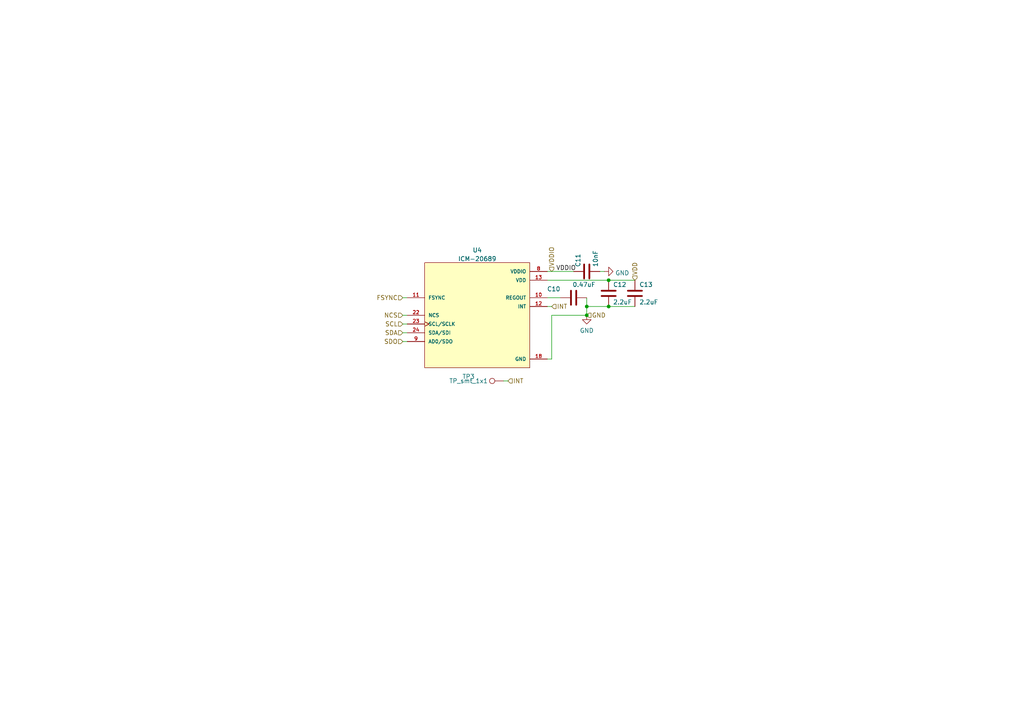
<source format=kicad_sch>
(kicad_sch (version 20211123) (generator eeschema)

  (uuid 4024c9b1-5913-46b2-a7db-804d84b924da)

  (paper "A4")

  (title_block
    (title "GYRO")
    (rev "Cainã C.")
    (company "Atomsat")
  )

  (lib_symbols
    (symbol "1K_Custom_Symbol:TP_smt_1x1" (pin_numbers hide) (pin_names (offset 0.762) hide) (in_bom yes) (on_board yes)
      (property "Reference" "TP" (id 0) (at 0 6.858 0)
        (effects (font (size 1.27 1.27)))
      )
      (property "Value" "TP_smt_1x1" (id 1) (at 0 5.08 0)
        (effects (font (size 1.27 1.27)))
      )
      (property "Footprint" "TestPoint:TestPoint_Pad_1.0x1.0mm" (id 2) (at 5.08 0 0)
        (effects (font (size 1.27 1.27)) hide)
      )
      (property "Datasheet" "" (id 3) (at 5.08 0 0)
        (effects (font (size 1.27 1.27)) hide)
      )
      (property "ki_fp_filters" "Pin* Test*" (id 4) (at 0 0 0)
        (effects (font (size 1.27 1.27)) hide)
      )
      (symbol "TP_smt_1x1_0_1"
        (circle (center 0 3.302) (radius 0.762)
          (stroke (width 0) (type default) (color 0 0 0 0))
          (fill (type none))
        )
      )
      (symbol "TP_smt_1x1_1_1"
        (pin passive line (at 0 0 90) (length 2.54)
          (name "1" (effects (font (size 1.27 1.27))))
          (number "1" (effects (font (size 1.27 1.27))))
        )
      )
    )
    (symbol "Device:C" (pin_numbers hide) (pin_names (offset 0.254)) (in_bom yes) (on_board yes)
      (property "Reference" "C" (id 0) (at 0.635 2.54 0)
        (effects (font (size 1.27 1.27)) (justify left))
      )
      (property "Value" "C" (id 1) (at 0.635 -2.54 0)
        (effects (font (size 1.27 1.27)) (justify left))
      )
      (property "Footprint" "" (id 2) (at 0.9652 -3.81 0)
        (effects (font (size 1.27 1.27)) hide)
      )
      (property "Datasheet" "~" (id 3) (at 0 0 0)
        (effects (font (size 1.27 1.27)) hide)
      )
      (property "ki_keywords" "cap capacitor" (id 4) (at 0 0 0)
        (effects (font (size 1.27 1.27)) hide)
      )
      (property "ki_description" "Unpolarized capacitor" (id 5) (at 0 0 0)
        (effects (font (size 1.27 1.27)) hide)
      )
      (property "ki_fp_filters" "C_*" (id 6) (at 0 0 0)
        (effects (font (size 1.27 1.27)) hide)
      )
      (symbol "C_0_1"
        (polyline
          (pts
            (xy -2.032 -0.762)
            (xy 2.032 -0.762)
          )
          (stroke (width 0.508) (type default) (color 0 0 0 0))
          (fill (type none))
        )
        (polyline
          (pts
            (xy -2.032 0.762)
            (xy 2.032 0.762)
          )
          (stroke (width 0.508) (type default) (color 0 0 0 0))
          (fill (type none))
        )
      )
      (symbol "C_1_1"
        (pin passive line (at 0 3.81 270) (length 2.794)
          (name "~" (effects (font (size 1.27 1.27))))
          (number "1" (effects (font (size 1.27 1.27))))
        )
        (pin passive line (at 0 -3.81 90) (length 2.794)
          (name "~" (effects (font (size 1.27 1.27))))
          (number "2" (effects (font (size 1.27 1.27))))
        )
      )
    )
    (symbol "ICM-20689:ICM-20689" (pin_names (offset 1.016)) (in_bom yes) (on_board yes)
      (property "Reference" "U" (id 0) (at -15.2635 15.7723 0)
        (effects (font (size 1.27 1.27)) (justify left bottom))
      )
      (property "Value" "ICM-20689" (id 1) (at -15.265 -17.8092 0)
        (effects (font (size 1.27 1.27)) (justify left bottom))
      )
      (property "Footprint" "QFN50P400X400X95-24N" (id 2) (at 0 7.62 0)
        (effects (font (size 1.27 1.27)) (justify bottom) hide)
      )
      (property "Datasheet" "" (id 3) (at 0 0 0)
        (effects (font (size 1.27 1.27)) hide)
      )
      (property "AVAILABILITY" "Unavailable" (id 4) (at 1.27 -5.08 0)
        (effects (font (size 1.27 1.27)) (justify bottom) hide)
      )
      (property "PACKAGE" "QFN-24 InvenSense" (id 5) (at 0 11.43 0)
        (effects (font (size 1.27 1.27)) (justify bottom) hide)
      )
      (property "PRICE" "None" (id 6) (at 0 0 0)
        (effects (font (size 1.27 1.27)) (justify bottom) hide)
      )
      (property "NOTES" "The center Exposed Pad (EP), for MPU devices is a No Connect (NC) pad. To avoid package stress, do not solder the EP to the PCB. Please refer to the document “AN-IVS-0002A-00”. As a result of these guidelines, the exposed pad has not been included on the PCB footprint. We’ve added a keep-out area under the exposed pad. Please don’t route traces or vias under the part, on the same side of the board" (id 7) (at 0 20.32 0)
        (effects (font (size 1.27 1.27)) (justify bottom) hide)
      )
      (property "MP" "ICM-20689" (id 8) (at 1.27 -8.89 0)
        (effects (font (size 1.27 1.27)) (justify bottom) hide)
      )
      (property "DESCRIPTION" "6-Axis Drone/Vr/Iot Solution _Pi" (id 9) (at 0 17.78 0)
        (effects (font (size 1.27 1.27)) (justify bottom) hide)
      )
      (property "MF" "TDK InvenSense" (id 10) (at 2.54 -2.54 0)
        (effects (font (size 1.27 1.27)) (justify bottom) hide)
      )
      (symbol "ICM-20689_0_0"
        (rectangle (start -15.24 -15.24) (end 15.24 15.24)
          (stroke (width 0.1524) (type default) (color 0 0 0 0))
          (fill (type background))
        )
        (pin output line (at 20.32 5.08 180) (length 5.08)
          (name "REGOUT" (effects (font (size 1.016 1.016))))
          (number "10" (effects (font (size 1.016 1.016))))
        )
        (pin input line (at -20.32 5.08 0) (length 5.08)
          (name "FSYNC" (effects (font (size 1.016 1.016))))
          (number "11" (effects (font (size 1.016 1.016))))
        )
        (pin output line (at 20.32 2.54 180) (length 5.08)
          (name "INT" (effects (font (size 1.016 1.016))))
          (number "12" (effects (font (size 1.016 1.016))))
        )
        (pin power_in line (at 20.32 10.16 180) (length 5.08)
          (name "VDD" (effects (font (size 1.016 1.016))))
          (number "13" (effects (font (size 1.016 1.016))))
        )
        (pin power_in line (at 20.32 -12.7 180) (length 5.08)
          (name "GND" (effects (font (size 1.016 1.016))))
          (number "18" (effects (font (size 1.016 1.016))))
        )
        (pin input line (at -20.32 0 0) (length 5.08)
          (name "NCS" (effects (font (size 1.016 1.016))))
          (number "22" (effects (font (size 1.016 1.016))))
        )
        (pin input clock (at -20.32 -2.54 0) (length 5.08)
          (name "SCL/SCLK" (effects (font (size 1.016 1.016))))
          (number "23" (effects (font (size 1.016 1.016))))
        )
        (pin bidirectional line (at -20.32 -5.08 0) (length 5.08)
          (name "SDA/SDI" (effects (font (size 1.016 1.016))))
          (number "24" (effects (font (size 1.016 1.016))))
        )
        (pin power_in line (at 20.32 12.7 180) (length 5.08)
          (name "VDDIO" (effects (font (size 1.016 1.016))))
          (number "8" (effects (font (size 1.016 1.016))))
        )
        (pin bidirectional line (at -20.32 -7.62 0) (length 5.08)
          (name "AD0/SDO" (effects (font (size 1.016 1.016))))
          (number "9" (effects (font (size 1.016 1.016))))
        )
      )
    )
    (symbol "power:GND" (power) (pin_names (offset 0)) (in_bom yes) (on_board yes)
      (property "Reference" "#PWR" (id 0) (at 0 -6.35 0)
        (effects (font (size 1.27 1.27)) hide)
      )
      (property "Value" "GND" (id 1) (at 0 -3.81 0)
        (effects (font (size 1.27 1.27)))
      )
      (property "Footprint" "" (id 2) (at 0 0 0)
        (effects (font (size 1.27 1.27)) hide)
      )
      (property "Datasheet" "" (id 3) (at 0 0 0)
        (effects (font (size 1.27 1.27)) hide)
      )
      (property "ki_keywords" "power-flag" (id 4) (at 0 0 0)
        (effects (font (size 1.27 1.27)) hide)
      )
      (property "ki_description" "Power symbol creates a global label with name \"GND\" , ground" (id 5) (at 0 0 0)
        (effects (font (size 1.27 1.27)) hide)
      )
      (symbol "GND_0_1"
        (polyline
          (pts
            (xy 0 0)
            (xy 0 -1.27)
            (xy 1.27 -1.27)
            (xy 0 -2.54)
            (xy -1.27 -1.27)
            (xy 0 -1.27)
          )
          (stroke (width 0) (type default) (color 0 0 0 0))
          (fill (type none))
        )
      )
      (symbol "GND_1_1"
        (pin power_in line (at 0 0 270) (length 0) hide
          (name "GND" (effects (font (size 1.27 1.27))))
          (number "1" (effects (font (size 1.27 1.27))))
        )
      )
    )
  )

  (junction (at 176.53 88.9) (diameter 0) (color 0 0 0 0)
    (uuid 2bed70be-ac37-4fd3-b79f-f400daa99a8a)
  )
  (junction (at 176.53 81.28) (diameter 0) (color 0 0 0 0)
    (uuid 2c05008c-cb3a-4ba7-b8de-84dc2094a40d)
  )
  (junction (at 170.18 91.44) (diameter 0) (color 0 0 0 0)
    (uuid 341d159e-2e64-488a-993f-1627ac9a21cd)
  )
  (junction (at 170.18 88.9) (diameter 0) (color 0 0 0 0)
    (uuid e45a11cd-8dcb-42da-8bab-57b72a24a3de)
  )

  (wire (pts (xy 176.53 88.9) (xy 184.15 88.9))
    (stroke (width 0) (type default) (color 0 0 0 0))
    (uuid 1c50ac44-7db0-44c7-b6a8-7d344c81e32e)
  )
  (wire (pts (xy 116.84 96.52) (xy 118.11 96.52))
    (stroke (width 0) (type default) (color 0 0 0 0))
    (uuid 3bc0ea34-7461-46e4-959a-668a9a663805)
  )
  (wire (pts (xy 158.75 86.36) (xy 162.56 86.36))
    (stroke (width 0) (type default) (color 0 0 0 0))
    (uuid 499a5470-07e9-4604-b47e-baa72f165d28)
  )
  (wire (pts (xy 158.75 88.9) (xy 160.02 88.9))
    (stroke (width 0) (type default) (color 0 0 0 0))
    (uuid 5178e2e5-f166-4032-af0c-0e9048410e45)
  )
  (wire (pts (xy 158.75 78.74) (xy 166.37 78.74))
    (stroke (width 0) (type default) (color 0 0 0 0))
    (uuid 5332f4fc-9303-453e-8cd9-19c5188b72a4)
  )
  (wire (pts (xy 158.75 104.14) (xy 160.02 104.14))
    (stroke (width 0) (type default) (color 0 0 0 0))
    (uuid 55846ea4-2a14-4677-b243-3e5624bfc331)
  )
  (wire (pts (xy 160.02 104.14) (xy 160.02 91.44))
    (stroke (width 0) (type default) (color 0 0 0 0))
    (uuid 5aaccca0-f4d2-44d9-af81-ebf660f0b0f0)
  )
  (wire (pts (xy 176.53 81.28) (xy 184.15 81.28))
    (stroke (width 0) (type default) (color 0 0 0 0))
    (uuid 646089d2-5384-4177-ba24-782c35a98528)
  )
  (wire (pts (xy 170.18 86.36) (xy 170.18 88.9))
    (stroke (width 0) (type default) (color 0 0 0 0))
    (uuid 704b82e8-fcf0-4662-a285-3d865cdee098)
  )
  (wire (pts (xy 175.26 78.74) (xy 173.99 78.74))
    (stroke (width 0) (type default) (color 0 0 0 0))
    (uuid 9639bce2-68f5-422e-b573-03dfe843ea7f)
  )
  (wire (pts (xy 116.84 93.98) (xy 118.11 93.98))
    (stroke (width 0) (type default) (color 0 0 0 0))
    (uuid a199c507-d31d-48e0-9978-3ea745fc5401)
  )
  (wire (pts (xy 170.18 91.44) (xy 170.18 88.9))
    (stroke (width 0) (type default) (color 0 0 0 0))
    (uuid a3e7500f-2e29-49cb-8ac5-cc41016b90d3)
  )
  (wire (pts (xy 116.84 99.06) (xy 118.11 99.06))
    (stroke (width 0) (type default) (color 0 0 0 0))
    (uuid b54baff6-b83a-431e-9ba7-2b124e02ea49)
  )
  (wire (pts (xy 116.84 91.44) (xy 118.11 91.44))
    (stroke (width 0) (type default) (color 0 0 0 0))
    (uuid c2c57a45-7062-452c-a053-87c90a23c616)
  )
  (wire (pts (xy 116.84 86.36) (xy 118.11 86.36))
    (stroke (width 0) (type default) (color 0 0 0 0))
    (uuid cb70270e-2d38-4c88-bdda-929a19ebdbd8)
  )
  (wire (pts (xy 176.53 88.9) (xy 170.18 88.9))
    (stroke (width 0) (type default) (color 0 0 0 0))
    (uuid de06a820-6fed-4136-939c-564424302131)
  )
  (wire (pts (xy 160.02 91.44) (xy 170.18 91.44))
    (stroke (width 0) (type default) (color 0 0 0 0))
    (uuid ed4443c9-a6cc-43b8-a014-a100618ec1f5)
  )
  (wire (pts (xy 158.75 81.28) (xy 176.53 81.28))
    (stroke (width 0) (type default) (color 0 0 0 0))
    (uuid ee7f16cc-bc92-4c2e-972f-7ce50e9f42e4)
  )
  (wire (pts (xy 146.05 110.49) (xy 147.32 110.49))
    (stroke (width 0) (type default) (color 0 0 0 0))
    (uuid ff5a44de-ed9f-4911-9984-60af5366ba0b)
  )

  (label "VDDIO" (at 161.29 78.74 0)
    (effects (font (size 1.27 1.27)) (justify left bottom))
    (uuid 316b35e5-0bfa-42ce-8127-627ff73ef3c3)
  )

  (hierarchical_label "VDD" (shape input) (at 184.15 81.28 90)
    (effects (font (size 1.27 1.27)) (justify left))
    (uuid 071d27c8-a3b6-4622-9ad6-8c790a369ea1)
  )
  (hierarchical_label "SCL" (shape input) (at 116.84 93.98 180)
    (effects (font (size 1.27 1.27)) (justify right))
    (uuid 0fabafe4-3071-4c6b-8af5-8de98e9486a3)
  )
  (hierarchical_label "SDA" (shape input) (at 116.84 96.52 180)
    (effects (font (size 1.27 1.27)) (justify right))
    (uuid 444eb61c-9d00-49f9-bc4d-ceccfa0074f7)
  )
  (hierarchical_label "NCS" (shape input) (at 116.84 91.44 180)
    (effects (font (size 1.27 1.27)) (justify right))
    (uuid 6355cc95-f3bf-4284-afab-d5178bd26fe1)
  )
  (hierarchical_label "INT" (shape input) (at 147.32 110.49 0)
    (effects (font (size 1.27 1.27)) (justify left))
    (uuid 668ddcb7-bb06-486e-bda2-75692ee8099b)
  )
  (hierarchical_label "GND" (shape input) (at 170.18 91.44 0)
    (effects (font (size 1.27 1.27)) (justify left))
    (uuid a59382ba-e72e-4b48-bbbc-6e593d4da983)
  )
  (hierarchical_label "SDO" (shape input) (at 116.84 99.06 180)
    (effects (font (size 1.27 1.27)) (justify right))
    (uuid b1b52098-ccd8-4a6b-934f-73d5556d2261)
  )
  (hierarchical_label "FSYNC" (shape input) (at 116.84 86.36 180)
    (effects (font (size 1.27 1.27)) (justify right))
    (uuid f2ccea17-e408-4d43-b563-c0b40c56d622)
  )
  (hierarchical_label "VDDIO" (shape input) (at 160.02 78.74 90)
    (effects (font (size 1.27 1.27)) (justify left))
    (uuid f622157c-d413-4176-ba58-6eb741132b9f)
  )
  (hierarchical_label "INT" (shape input) (at 160.02 88.9 0)
    (effects (font (size 1.27 1.27)) (justify left))
    (uuid f8c5af33-9d16-40a1-8131-e690a5442582)
  )

  (symbol (lib_id "Device:C") (at 184.15 85.09 0) (unit 1)
    (in_bom yes) (on_board yes)
    (uuid 18e4136a-101b-46dc-8915-23d3e8ece751)
    (property "Reference" "C13" (id 0) (at 185.42 82.55 0)
      (effects (font (size 1.27 1.27)) (justify left))
    )
    (property "Value" "2.2uF" (id 1) (at 185.42 87.63 0)
      (effects (font (size 1.27 1.27)) (justify left))
    )
    (property "Footprint" "Capacitor_SMD:C_0201_0603Metric" (id 2) (at 185.1152 88.9 0)
      (effects (font (size 1.27 1.27)) hide)
    )
    (property "Datasheet" "~" (id 3) (at 184.15 85.09 0)
      (effects (font (size 1.27 1.27)) hide)
    )
    (pin "1" (uuid bca245b5-b80e-419e-81af-38d7830651a6))
    (pin "2" (uuid 203d5f55-fc03-46d0-bd8b-6ee3a28e3541))
  )

  (symbol (lib_id "1K_Custom_Symbol:TP_smt_1x1") (at 146.05 110.49 90) (unit 1)
    (in_bom yes) (on_board yes)
    (uuid 1a909dea-bcb7-40c8-b47f-fb9042a75ae8)
    (property "Reference" "TP3" (id 0) (at 135.89 109.22 90))
    (property "Value" "TP_smt_1x1" (id 1) (at 135.89 110.49 90))
    (property "Footprint" "TestPoint:TestPoint_Pad_1.0x1.0mm" (id 2) (at 146.05 105.41 0)
      (effects (font (size 1.27 1.27)) hide)
    )
    (property "Datasheet" "" (id 3) (at 146.05 105.41 0)
      (effects (font (size 1.27 1.27)) hide)
    )
    (pin "1" (uuid 7ed74b3e-0217-46c5-89ea-bb868f6f31fc))
  )

  (symbol (lib_id "power:GND") (at 170.18 91.44 0) (unit 1)
    (in_bom yes) (on_board yes) (fields_autoplaced)
    (uuid 3827d3d0-fc15-4def-a26b-a772e3daf247)
    (property "Reference" "#PWR0102" (id 0) (at 170.18 97.79 0)
      (effects (font (size 1.27 1.27)) hide)
    )
    (property "Value" "GND" (id 1) (at 170.18 95.8834 0))
    (property "Footprint" "" (id 2) (at 170.18 91.44 0)
      (effects (font (size 1.27 1.27)) hide)
    )
    (property "Datasheet" "" (id 3) (at 170.18 91.44 0)
      (effects (font (size 1.27 1.27)) hide)
    )
    (pin "1" (uuid 5ff395a6-ee47-424f-8186-f2903b51e46f))
  )

  (symbol (lib_id "Device:C") (at 166.37 86.36 90) (unit 1)
    (in_bom yes) (on_board yes)
    (uuid 831034de-40b6-44c5-947c-47b58bab4160)
    (property "Reference" "C10" (id 0) (at 162.56 83.82 90)
      (effects (font (size 1.27 1.27)) (justify left))
    )
    (property "Value" "0.47uF" (id 1) (at 172.72 82.55 90)
      (effects (font (size 1.27 1.27)) (justify left))
    )
    (property "Footprint" "Capacitor_SMD:C_0603_1608Metric" (id 2) (at 170.18 85.3948 0)
      (effects (font (size 1.27 1.27)) hide)
    )
    (property "Datasheet" "~" (id 3) (at 166.37 86.36 0)
      (effects (font (size 1.27 1.27)) hide)
    )
    (pin "1" (uuid ade162f9-38b4-4423-8148-87282472cb8d))
    (pin "2" (uuid 2f744158-70c7-452e-93c9-7518a7bdb7cd))
  )

  (symbol (lib_id "ICM-20689:ICM-20689") (at 138.43 91.44 0) (unit 1)
    (in_bom yes) (on_board yes) (fields_autoplaced)
    (uuid 8ccd9e9a-6348-4f0a-9da6-33c5fab53c62)
    (property "Reference" "U4" (id 0) (at 138.43 72.551 0))
    (property "Value" "ICM-20689" (id 1) (at 138.43 75.0879 0))
    (property "Footprint" "QFN50P400X400X95-24N" (id 2) (at 138.43 83.82 0)
      (effects (font (size 1.27 1.27)) (justify bottom) hide)
    )
    (property "Datasheet" "" (id 3) (at 138.43 91.44 0)
      (effects (font (size 1.27 1.27)) hide)
    )
    (property "AVAILABILITY" "Unavailable" (id 4) (at 139.7 96.52 0)
      (effects (font (size 1.27 1.27)) (justify bottom) hide)
    )
    (property "PACKAGE" "QFN-24 InvenSense" (id 5) (at 138.43 80.01 0)
      (effects (font (size 1.27 1.27)) (justify bottom) hide)
    )
    (property "PRICE" "None" (id 6) (at 138.43 91.44 0)
      (effects (font (size 1.27 1.27)) (justify bottom) hide)
    )
    (property "NOTES" "The center Exposed Pad (EP), for MPU devices is a No Connect (NC) pad. To avoid package stress, do not solder the EP to the PCB. Please refer to the document “AN-IVS-0002A-00”. As a result of these guidelines, the exposed pad has not been included on the PCB footprint. We’ve added a keep-out area under the exposed pad. Please don’t route traces or vias under the part, on the same side of the board" (id 7) (at 138.43 71.12 0)
      (effects (font (size 1.27 1.27)) (justify bottom) hide)
    )
    (property "MP" "ICM-20689" (id 8) (at 139.7 100.33 0)
      (effects (font (size 1.27 1.27)) (justify bottom) hide)
    )
    (property "DESCRIPTION" "6-Axis Drone/Vr/Iot Solution _Pi" (id 9) (at 138.43 73.66 0)
      (effects (font (size 1.27 1.27)) (justify bottom) hide)
    )
    (property "MF" "TDK InvenSense" (id 10) (at 140.97 93.98 0)
      (effects (font (size 1.27 1.27)) (justify bottom) hide)
    )
    (pin "10" (uuid e8accf6f-5d36-440d-9cb2-56ce1bd4fe7c))
    (pin "11" (uuid 53768e25-9139-400e-8e6f-19dc9245336c))
    (pin "12" (uuid 1e25fb8a-24ad-4ffa-8f9d-bd0e7fc5b9f0))
    (pin "13" (uuid 42e9df9e-8063-4713-8992-bb0ca44fe83d))
    (pin "18" (uuid 7617e11a-b92e-4988-919d-7bd0e1926ba6))
    (pin "22" (uuid 227dc655-9314-4002-b743-c0d627f935fa))
    (pin "23" (uuid 23551954-c5e4-42d0-8f78-085faac948fb))
    (pin "24" (uuid 50c635dd-42eb-497f-a347-506bb476cba7))
    (pin "8" (uuid 65793aa8-d014-4e5d-9a80-c122f780565b))
    (pin "9" (uuid 21bce3d0-eb2c-46bc-bd52-1d1729081a03))
  )

  (symbol (lib_id "Device:C") (at 176.53 85.09 0) (unit 1)
    (in_bom yes) (on_board yes)
    (uuid 90213ec0-9644-40e3-8388-4446246afa62)
    (property "Reference" "C12" (id 0) (at 177.8 82.55 0)
      (effects (font (size 1.27 1.27)) (justify left))
    )
    (property "Value" "2.2uF" (id 1) (at 177.8 87.63 0)
      (effects (font (size 1.27 1.27)) (justify left))
    )
    (property "Footprint" "Capacitor_SMD:C_0201_0603Metric" (id 2) (at 177.4952 88.9 0)
      (effects (font (size 1.27 1.27)) hide)
    )
    (property "Datasheet" "~" (id 3) (at 176.53 85.09 0)
      (effects (font (size 1.27 1.27)) hide)
    )
    (pin "1" (uuid eab78a22-a63f-4e99-a59e-1d2633b070e1))
    (pin "2" (uuid 64a3719a-5128-4973-aaa6-a3410572e808))
  )

  (symbol (lib_id "Device:C") (at 170.18 78.74 90) (unit 1)
    (in_bom yes) (on_board yes)
    (uuid a929122b-77fc-4897-8ee3-e6e6059ddb3e)
    (property "Reference" "C11" (id 0) (at 167.64 77.47 0)
      (effects (font (size 1.27 1.27)) (justify left))
    )
    (property "Value" "10nF" (id 1) (at 172.72 77.47 0)
      (effects (font (size 1.27 1.27)) (justify left))
    )
    (property "Footprint" "Capacitor_SMD:C_0603_1608Metric" (id 2) (at 173.99 77.7748 0)
      (effects (font (size 1.27 1.27)) hide)
    )
    (property "Datasheet" "~" (id 3) (at 170.18 78.74 0)
      (effects (font (size 1.27 1.27)) hide)
    )
    (pin "1" (uuid 30d73237-6d84-4be8-b548-d9013b150c22))
    (pin "2" (uuid 2c3837d5-5907-426b-8466-eed7f2f9f15f))
  )

  (symbol (lib_id "power:GND") (at 175.26 78.74 90) (unit 1)
    (in_bom yes) (on_board yes) (fields_autoplaced)
    (uuid b6f9d91f-da62-49a2-bd19-fd9770e23cbf)
    (property "Reference" "#PWR0103" (id 0) (at 181.61 78.74 0)
      (effects (font (size 1.27 1.27)) hide)
    )
    (property "Value" "GND" (id 1) (at 178.435 79.1738 90)
      (effects (font (size 1.27 1.27)) (justify right))
    )
    (property "Footprint" "" (id 2) (at 175.26 78.74 0)
      (effects (font (size 1.27 1.27)) hide)
    )
    (property "Datasheet" "" (id 3) (at 175.26 78.74 0)
      (effects (font (size 1.27 1.27)) hide)
    )
    (pin "1" (uuid 9a59b6e6-852f-47f6-b50b-e180d8c74383))
  )
)

</source>
